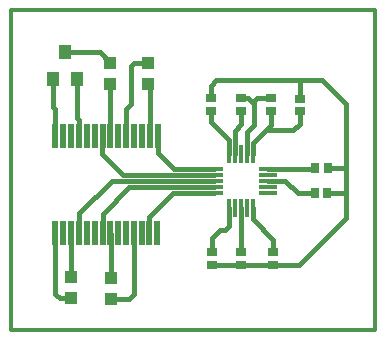
<source format=gbr>
G04 EasyPC Gerber Version 21.0.3 Build 4286 *
G04 #@! TF.Part,Single*
G04 #@! TF.FileFunction,Copper,L1,Top *
G04 #@! TF.FilePolarity,Positive *
%FSLAX45Y45*%
%MOMM*%
G04 #@! TA.AperFunction,WasherPad*
%ADD26R,0.40000X1.60000*%
%ADD25R,0.50000X2.03200*%
%ADD27R,1.60000X0.40000*%
%ADD29R,0.77000X0.82000*%
%ADD28R,0.82000X0.77000*%
G04 #@! TA.AperFunction,SMDPad*
%ADD73R,1.00000X1.09000*%
%ADD72R,1.01600X1.21920*%
G04 #@! TD.AperFunction*
%ADD74C,0.30480*%
%ADD21C,0.38100*%
X0Y0D02*
D02*
D21*
X372140Y2145320D02*
Y1901760D01*
X390960Y1882940*
Y1665960*
X391240Y1665680*
Y1662360*
X473740Y2366300D02*
X768380D01*
X854740Y2279940*
X522100Y288160D02*
X501880D01*
X499140Y285420*
X429290*
X391190Y323520*
Y829310*
X391240Y829360*
Y835710*
X522100Y465960D02*
Y832670D01*
X525140Y835710*
X525260*
X575340Y2145320D02*
Y1808840D01*
X590040Y1794140*
Y1668720*
X591640Y1667120*
Y1662360*
X857170D02*
Y2099710D01*
X854740Y2102140*
X860220Y277100D02*
X1013060D01*
X1057720Y321760*
Y829540*
X1055610Y831650*
Y838490*
X860220Y454900D02*
Y832660D01*
X857170Y835710*
X1172240Y2279940D02*
X1055040D01*
X1029640Y2254540*
Y1925840*
X992940Y1889140*
Y1676400*
X992270Y1675730*
Y1662360*
X1191230D02*
Y2083150D01*
X1172240Y2102140*
X1705520Y1979180D02*
Y2085040D01*
X1752920Y2132440*
X2463920*
X1713420Y675680D02*
Y792600D01*
X1782940Y862120*
X1827180*
X1860360Y895300*
Y1050140*
X1735540Y1176540D02*
X1387940D01*
X1187280Y975880*
Y843490*
X1187540Y843230*
Y838490*
X1735540Y1227100D02*
X1018220D01*
X790700Y999580*
Y836040*
X790370Y835710*
X1735540Y1277660D02*
X866540D01*
X593200Y1004320*
Y838890*
X591640Y837330*
Y835710*
X1735540Y1328220D02*
X967660D01*
X785960Y1509920*
Y1657950*
X790370Y1662360*
X1735540Y1378780D02*
X1391100D01*
X1258380Y1511500*
Y1655690*
X1258030Y1656040*
Y1662360*
X1858780Y1503600D02*
Y1623680D01*
X1705520Y1776940*
Y1871740*
X1909340Y1503600D02*
Y1704260D01*
X1963060Y1757980*
Y1868580*
X1959900Y1871740*
X1961480Y568240D02*
X1713420D01*
X1961480Y1050140D02*
Y675680D01*
X2010460Y1503600D02*
Y1688460D01*
X2070500Y1748500*
Y1939680*
X2061020Y1503600D02*
Y1595240D01*
X2150290Y1684510*
X2062600Y1050140D02*
Y955340D01*
X2236400Y781540*
Y693060*
X2233240Y689900*
Y675680*
X2070500Y1939680D02*
X2065760D01*
X2024680Y1980760*
X1961480*
X1959900Y1979180*
X2070500Y1939680D02*
Y1953900D01*
X2100520Y1983920*
X2212700*
X2217440Y1979180*
X2150290Y1684510D02*
X2217440Y1751660D01*
Y1871740*
X2189000Y1279240D02*
X2339100D01*
X2441800Y1176540*
X2582420*
X2585580Y1173380*
X2189000Y1380360D02*
X2579260D01*
X2588740Y1389840*
X2233240Y568240D02*
X2454440D01*
X2851020Y964820*
Y1173380*
X2233240Y568240D02*
X1961480D01*
X2463920Y1867000D02*
Y1764300D01*
X2407040Y1707420*
X2173200*
X2150290Y1684510*
X2463920Y1974440D02*
Y2132440D01*
X2651940*
X2852600Y1931780*
Y1389840*
X2693020Y1173380D02*
X2851020D01*
X2696180Y1389840D02*
X2852600D01*
X2851020Y1173380D02*
Y1198660D01*
X2852600Y1200240*
Y1217620*
Y1364560D02*
Y1217620D01*
Y1389840D02*
Y1364560D01*
D02*
D25*
X391240Y835710D03*
Y1662360D03*
X459710Y835710D03*
Y1662360D03*
X525260Y835710D03*
Y1662360D03*
X591640Y835710D03*
Y1662360D03*
X657980Y835710D03*
X660110Y1662360D03*
X723570Y835710D03*
Y1662360D03*
X790370Y835710D03*
Y1662360D03*
X857170Y835710D03*
Y1662360D03*
X924130Y838490D03*
X925000Y1662360D03*
X988200Y838490D03*
X992270Y1662360D03*
X1055610Y838490D03*
X1059300Y1662360D03*
X1122500Y838490D03*
X1125660Y1661600D03*
X1187540Y838490D03*
X1191230Y1662360D03*
X1254340Y838490D03*
X1258030Y1662360D03*
D02*
D26*
X1858780Y1503600D03*
X1860360Y1050140D03*
X1909340Y1503600D03*
X1910920Y1050140D03*
X1959900Y1503600D03*
X1961480Y1050140D03*
X2010460Y1503600D03*
X2012040Y1050140D03*
X2061020Y1503600D03*
X2062600Y1050140D03*
D02*
D27*
X1735540Y1176540D03*
Y1227100D03*
Y1277660D03*
Y1328220D03*
Y1378780D03*
X2189000Y1178120D03*
Y1228680D03*
Y1279240D03*
Y1329800D03*
Y1380360D03*
D02*
D28*
X1705520Y1871740D03*
Y1979180D03*
X1713420Y568240D03*
Y675680D03*
X1959900Y1871740D03*
Y1979180D03*
X1961480Y568240D03*
Y675680D03*
X2217440Y1871740D03*
Y1979180D03*
X2233240Y568240D03*
Y675680D03*
X2463920Y1867000D03*
Y1974440D03*
D02*
D29*
X2585580Y1173380D03*
X2588740Y1389840D03*
X2693020Y1173380D03*
X2696180Y1389840D03*
D02*
D72*
X372140Y2145320D03*
X473740Y2366300D03*
X575340Y2145320D03*
D02*
D73*
X522100Y288160D03*
Y465960D03*
X854740Y2102140D03*
Y2279940D03*
X860220Y277100D03*
Y454900D03*
X1172240Y2102140D03*
Y2279940D03*
D02*
D74*
X15240Y15240D02*
X3097500D01*
Y2727540*
X15240*
Y15240*
X0Y0D02*
M02*

</source>
